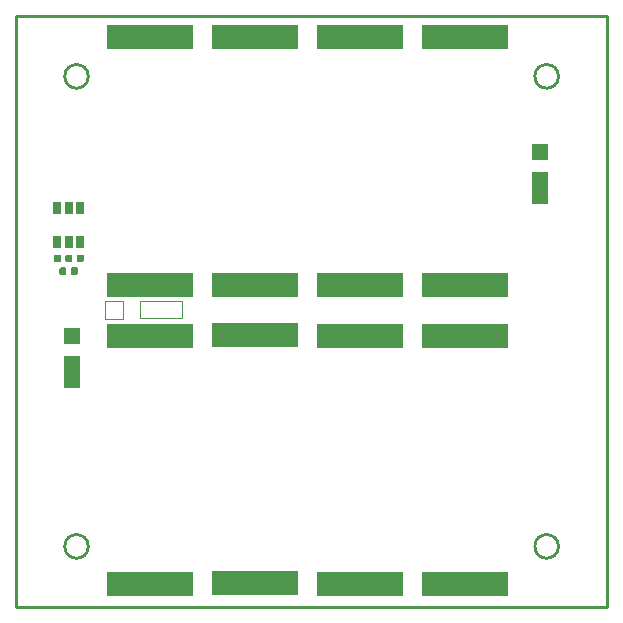
<source format=gbr>
%TF.GenerationSoftware,KiCad,Pcbnew,(5.0.1-3-g963ef8bb5)*%
%TF.CreationDate,2020-03-04T19:54:40-08:00*%
%TF.ProjectId,SolarCell+Y,536F6C617243656C6C2B592E6B696361,rev?*%
%TF.SameCoordinates,Original*%
%TF.FileFunction,Paste,Top*%
%TF.FilePolarity,Positive*%
%FSLAX46Y46*%
G04 Gerber Fmt 4.6, Leading zero omitted, Abs format (unit mm)*
G04 Created by KiCad (PCBNEW (5.0.1-3-g963ef8bb5)) date Wednesday, March 04, 2020 at 07:54:40 PM*
%MOMM*%
%LPD*%
G01*
G04 APERTURE LIST*
%ADD10C,0.050000*%
%ADD11C,0.250000*%
%ADD12R,7.400000X2.000000*%
%ADD13R,1.400000X1.400000*%
%ADD14R,1.400000X2.700000*%
%ADD15R,0.700000X1.000000*%
%ADD16C,0.100000*%
%ADD17C,0.590000*%
G04 APERTURE END LIST*
D10*
X160500000Y-65600000D02*
X160500000Y-64100000D01*
X164000000Y-65600000D02*
X160500000Y-65600000D01*
X164000000Y-64100000D02*
X164000000Y-65600000D01*
X160500000Y-64100000D02*
X164000000Y-64100000D01*
X159000000Y-64100000D02*
X157500000Y-64100000D01*
X159000000Y-65650000D02*
X159000000Y-64100000D01*
X157500000Y-65650000D02*
X159000000Y-65650000D01*
X157500000Y-64100000D02*
X157500000Y-65650000D01*
D11*
X200000000Y-40000000D02*
X150000000Y-40000000D01*
X150000000Y-90000000D02*
X200000000Y-90000000D01*
X150000000Y-40000000D02*
X150000000Y-90000000D01*
X195900000Y-45100000D02*
G75*
G03X195900000Y-45100000I-1000000J0D01*
G01*
X156100000Y-84900000D02*
G75*
G03X156100000Y-84900000I-1000000J0D01*
G01*
X156100000Y-45100000D02*
G75*
G03X156100000Y-45100000I-1000000J0D01*
G01*
X195900000Y-84900000D02*
G75*
G03X195900000Y-84900000I-1000000J0D01*
G01*
X200000000Y-90000000D02*
X200000000Y-40000000D01*
D12*
X170180000Y-62738000D03*
X170180000Y-41738000D03*
X161290000Y-67056000D03*
X161290000Y-88056000D03*
X170180000Y-67011000D03*
X170180000Y-88011000D03*
X179070000Y-41738000D03*
X179070000Y-62738000D03*
X187960000Y-41738000D03*
X187960000Y-62738000D03*
X179070000Y-88056000D03*
X179070000Y-67056000D03*
X187960000Y-88056000D03*
X187960000Y-67056000D03*
D13*
X154686000Y-67111000D03*
D14*
X154686000Y-70161000D03*
D12*
X161290000Y-62738000D03*
X161290000Y-41738000D03*
D15*
X153482000Y-56208000D03*
X154432000Y-56208000D03*
X155382000Y-56208000D03*
X155382000Y-59108000D03*
X154432000Y-59108000D03*
X153482000Y-59108000D03*
D16*
G36*
X155586958Y-60183510D02*
X155601276Y-60185634D01*
X155615317Y-60189151D01*
X155628946Y-60194028D01*
X155642031Y-60200217D01*
X155654447Y-60207658D01*
X155666073Y-60216281D01*
X155676798Y-60226002D01*
X155686519Y-60236727D01*
X155695142Y-60248353D01*
X155702583Y-60260769D01*
X155708772Y-60273854D01*
X155713649Y-60287483D01*
X155717166Y-60301524D01*
X155719290Y-60315842D01*
X155720000Y-60330300D01*
X155720000Y-60675300D01*
X155719290Y-60689758D01*
X155717166Y-60704076D01*
X155713649Y-60718117D01*
X155708772Y-60731746D01*
X155702583Y-60744831D01*
X155695142Y-60757247D01*
X155686519Y-60768873D01*
X155676798Y-60779598D01*
X155666073Y-60789319D01*
X155654447Y-60797942D01*
X155642031Y-60805383D01*
X155628946Y-60811572D01*
X155615317Y-60816449D01*
X155601276Y-60819966D01*
X155586958Y-60822090D01*
X155572500Y-60822800D01*
X155277500Y-60822800D01*
X155263042Y-60822090D01*
X155248724Y-60819966D01*
X155234683Y-60816449D01*
X155221054Y-60811572D01*
X155207969Y-60805383D01*
X155195553Y-60797942D01*
X155183927Y-60789319D01*
X155173202Y-60779598D01*
X155163481Y-60768873D01*
X155154858Y-60757247D01*
X155147417Y-60744831D01*
X155141228Y-60731746D01*
X155136351Y-60718117D01*
X155132834Y-60704076D01*
X155130710Y-60689758D01*
X155130000Y-60675300D01*
X155130000Y-60330300D01*
X155130710Y-60315842D01*
X155132834Y-60301524D01*
X155136351Y-60287483D01*
X155141228Y-60273854D01*
X155147417Y-60260769D01*
X155154858Y-60248353D01*
X155163481Y-60236727D01*
X155173202Y-60226002D01*
X155183927Y-60216281D01*
X155195553Y-60207658D01*
X155207969Y-60200217D01*
X155221054Y-60194028D01*
X155234683Y-60189151D01*
X155248724Y-60185634D01*
X155263042Y-60183510D01*
X155277500Y-60182800D01*
X155572500Y-60182800D01*
X155586958Y-60183510D01*
X155586958Y-60183510D01*
G37*
D17*
X155425000Y-60502800D03*
D16*
G36*
X154616958Y-60183510D02*
X154631276Y-60185634D01*
X154645317Y-60189151D01*
X154658946Y-60194028D01*
X154672031Y-60200217D01*
X154684447Y-60207658D01*
X154696073Y-60216281D01*
X154706798Y-60226002D01*
X154716519Y-60236727D01*
X154725142Y-60248353D01*
X154732583Y-60260769D01*
X154738772Y-60273854D01*
X154743649Y-60287483D01*
X154747166Y-60301524D01*
X154749290Y-60315842D01*
X154750000Y-60330300D01*
X154750000Y-60675300D01*
X154749290Y-60689758D01*
X154747166Y-60704076D01*
X154743649Y-60718117D01*
X154738772Y-60731746D01*
X154732583Y-60744831D01*
X154725142Y-60757247D01*
X154716519Y-60768873D01*
X154706798Y-60779598D01*
X154696073Y-60789319D01*
X154684447Y-60797942D01*
X154672031Y-60805383D01*
X154658946Y-60811572D01*
X154645317Y-60816449D01*
X154631276Y-60819966D01*
X154616958Y-60822090D01*
X154602500Y-60822800D01*
X154307500Y-60822800D01*
X154293042Y-60822090D01*
X154278724Y-60819966D01*
X154264683Y-60816449D01*
X154251054Y-60811572D01*
X154237969Y-60805383D01*
X154225553Y-60797942D01*
X154213927Y-60789319D01*
X154203202Y-60779598D01*
X154193481Y-60768873D01*
X154184858Y-60757247D01*
X154177417Y-60744831D01*
X154171228Y-60731746D01*
X154166351Y-60718117D01*
X154162834Y-60704076D01*
X154160710Y-60689758D01*
X154160000Y-60675300D01*
X154160000Y-60330300D01*
X154160710Y-60315842D01*
X154162834Y-60301524D01*
X154166351Y-60287483D01*
X154171228Y-60273854D01*
X154177417Y-60260769D01*
X154184858Y-60248353D01*
X154193481Y-60236727D01*
X154203202Y-60226002D01*
X154213927Y-60216281D01*
X154225553Y-60207658D01*
X154237969Y-60200217D01*
X154251054Y-60194028D01*
X154264683Y-60189151D01*
X154278724Y-60185634D01*
X154293042Y-60183510D01*
X154307500Y-60182800D01*
X154602500Y-60182800D01*
X154616958Y-60183510D01*
X154616958Y-60183510D01*
G37*
D17*
X154455000Y-60502800D03*
D16*
G36*
X154621758Y-60183510D02*
X154636076Y-60185634D01*
X154650117Y-60189151D01*
X154663746Y-60194028D01*
X154676831Y-60200217D01*
X154689247Y-60207658D01*
X154700873Y-60216281D01*
X154711598Y-60226002D01*
X154721319Y-60236727D01*
X154729942Y-60248353D01*
X154737383Y-60260769D01*
X154743572Y-60273854D01*
X154748449Y-60287483D01*
X154751966Y-60301524D01*
X154754090Y-60315842D01*
X154754800Y-60330300D01*
X154754800Y-60675300D01*
X154754090Y-60689758D01*
X154751966Y-60704076D01*
X154748449Y-60718117D01*
X154743572Y-60731746D01*
X154737383Y-60744831D01*
X154729942Y-60757247D01*
X154721319Y-60768873D01*
X154711598Y-60779598D01*
X154700873Y-60789319D01*
X154689247Y-60797942D01*
X154676831Y-60805383D01*
X154663746Y-60811572D01*
X154650117Y-60816449D01*
X154636076Y-60819966D01*
X154621758Y-60822090D01*
X154607300Y-60822800D01*
X154312300Y-60822800D01*
X154297842Y-60822090D01*
X154283524Y-60819966D01*
X154269483Y-60816449D01*
X154255854Y-60811572D01*
X154242769Y-60805383D01*
X154230353Y-60797942D01*
X154218727Y-60789319D01*
X154208002Y-60779598D01*
X154198281Y-60768873D01*
X154189658Y-60757247D01*
X154182217Y-60744831D01*
X154176028Y-60731746D01*
X154171151Y-60718117D01*
X154167634Y-60704076D01*
X154165510Y-60689758D01*
X154164800Y-60675300D01*
X154164800Y-60330300D01*
X154165510Y-60315842D01*
X154167634Y-60301524D01*
X154171151Y-60287483D01*
X154176028Y-60273854D01*
X154182217Y-60260769D01*
X154189658Y-60248353D01*
X154198281Y-60236727D01*
X154208002Y-60226002D01*
X154218727Y-60216281D01*
X154230353Y-60207658D01*
X154242769Y-60200217D01*
X154255854Y-60194028D01*
X154269483Y-60189151D01*
X154283524Y-60185634D01*
X154297842Y-60183510D01*
X154312300Y-60182800D01*
X154607300Y-60182800D01*
X154621758Y-60183510D01*
X154621758Y-60183510D01*
G37*
D17*
X154459800Y-60502800D03*
D16*
G36*
X153651758Y-60183510D02*
X153666076Y-60185634D01*
X153680117Y-60189151D01*
X153693746Y-60194028D01*
X153706831Y-60200217D01*
X153719247Y-60207658D01*
X153730873Y-60216281D01*
X153741598Y-60226002D01*
X153751319Y-60236727D01*
X153759942Y-60248353D01*
X153767383Y-60260769D01*
X153773572Y-60273854D01*
X153778449Y-60287483D01*
X153781966Y-60301524D01*
X153784090Y-60315842D01*
X153784800Y-60330300D01*
X153784800Y-60675300D01*
X153784090Y-60689758D01*
X153781966Y-60704076D01*
X153778449Y-60718117D01*
X153773572Y-60731746D01*
X153767383Y-60744831D01*
X153759942Y-60757247D01*
X153751319Y-60768873D01*
X153741598Y-60779598D01*
X153730873Y-60789319D01*
X153719247Y-60797942D01*
X153706831Y-60805383D01*
X153693746Y-60811572D01*
X153680117Y-60816449D01*
X153666076Y-60819966D01*
X153651758Y-60822090D01*
X153637300Y-60822800D01*
X153342300Y-60822800D01*
X153327842Y-60822090D01*
X153313524Y-60819966D01*
X153299483Y-60816449D01*
X153285854Y-60811572D01*
X153272769Y-60805383D01*
X153260353Y-60797942D01*
X153248727Y-60789319D01*
X153238002Y-60779598D01*
X153228281Y-60768873D01*
X153219658Y-60757247D01*
X153212217Y-60744831D01*
X153206028Y-60731746D01*
X153201151Y-60718117D01*
X153197634Y-60704076D01*
X153195510Y-60689758D01*
X153194800Y-60675300D01*
X153194800Y-60330300D01*
X153195510Y-60315842D01*
X153197634Y-60301524D01*
X153201151Y-60287483D01*
X153206028Y-60273854D01*
X153212217Y-60260769D01*
X153219658Y-60248353D01*
X153228281Y-60236727D01*
X153238002Y-60226002D01*
X153248727Y-60216281D01*
X153260353Y-60207658D01*
X153272769Y-60200217D01*
X153285854Y-60194028D01*
X153299483Y-60189151D01*
X153313524Y-60185634D01*
X153327842Y-60183510D01*
X153342300Y-60182800D01*
X153637300Y-60182800D01*
X153651758Y-60183510D01*
X153651758Y-60183510D01*
G37*
D17*
X153489800Y-60502800D03*
D16*
G36*
X155078958Y-61275710D02*
X155093276Y-61277834D01*
X155107317Y-61281351D01*
X155120946Y-61286228D01*
X155134031Y-61292417D01*
X155146447Y-61299858D01*
X155158073Y-61308481D01*
X155168798Y-61318202D01*
X155178519Y-61328927D01*
X155187142Y-61340553D01*
X155194583Y-61352969D01*
X155200772Y-61366054D01*
X155205649Y-61379683D01*
X155209166Y-61393724D01*
X155211290Y-61408042D01*
X155212000Y-61422500D01*
X155212000Y-61767500D01*
X155211290Y-61781958D01*
X155209166Y-61796276D01*
X155205649Y-61810317D01*
X155200772Y-61823946D01*
X155194583Y-61837031D01*
X155187142Y-61849447D01*
X155178519Y-61861073D01*
X155168798Y-61871798D01*
X155158073Y-61881519D01*
X155146447Y-61890142D01*
X155134031Y-61897583D01*
X155120946Y-61903772D01*
X155107317Y-61908649D01*
X155093276Y-61912166D01*
X155078958Y-61914290D01*
X155064500Y-61915000D01*
X154769500Y-61915000D01*
X154755042Y-61914290D01*
X154740724Y-61912166D01*
X154726683Y-61908649D01*
X154713054Y-61903772D01*
X154699969Y-61897583D01*
X154687553Y-61890142D01*
X154675927Y-61881519D01*
X154665202Y-61871798D01*
X154655481Y-61861073D01*
X154646858Y-61849447D01*
X154639417Y-61837031D01*
X154633228Y-61823946D01*
X154628351Y-61810317D01*
X154624834Y-61796276D01*
X154622710Y-61781958D01*
X154622000Y-61767500D01*
X154622000Y-61422500D01*
X154622710Y-61408042D01*
X154624834Y-61393724D01*
X154628351Y-61379683D01*
X154633228Y-61366054D01*
X154639417Y-61352969D01*
X154646858Y-61340553D01*
X154655481Y-61328927D01*
X154665202Y-61318202D01*
X154675927Y-61308481D01*
X154687553Y-61299858D01*
X154699969Y-61292417D01*
X154713054Y-61286228D01*
X154726683Y-61281351D01*
X154740724Y-61277834D01*
X154755042Y-61275710D01*
X154769500Y-61275000D01*
X155064500Y-61275000D01*
X155078958Y-61275710D01*
X155078958Y-61275710D01*
G37*
D17*
X154917000Y-61595000D03*
D16*
G36*
X154108958Y-61275710D02*
X154123276Y-61277834D01*
X154137317Y-61281351D01*
X154150946Y-61286228D01*
X154164031Y-61292417D01*
X154176447Y-61299858D01*
X154188073Y-61308481D01*
X154198798Y-61318202D01*
X154208519Y-61328927D01*
X154217142Y-61340553D01*
X154224583Y-61352969D01*
X154230772Y-61366054D01*
X154235649Y-61379683D01*
X154239166Y-61393724D01*
X154241290Y-61408042D01*
X154242000Y-61422500D01*
X154242000Y-61767500D01*
X154241290Y-61781958D01*
X154239166Y-61796276D01*
X154235649Y-61810317D01*
X154230772Y-61823946D01*
X154224583Y-61837031D01*
X154217142Y-61849447D01*
X154208519Y-61861073D01*
X154198798Y-61871798D01*
X154188073Y-61881519D01*
X154176447Y-61890142D01*
X154164031Y-61897583D01*
X154150946Y-61903772D01*
X154137317Y-61908649D01*
X154123276Y-61912166D01*
X154108958Y-61914290D01*
X154094500Y-61915000D01*
X153799500Y-61915000D01*
X153785042Y-61914290D01*
X153770724Y-61912166D01*
X153756683Y-61908649D01*
X153743054Y-61903772D01*
X153729969Y-61897583D01*
X153717553Y-61890142D01*
X153705927Y-61881519D01*
X153695202Y-61871798D01*
X153685481Y-61861073D01*
X153676858Y-61849447D01*
X153669417Y-61837031D01*
X153663228Y-61823946D01*
X153658351Y-61810317D01*
X153654834Y-61796276D01*
X153652710Y-61781958D01*
X153652000Y-61767500D01*
X153652000Y-61422500D01*
X153652710Y-61408042D01*
X153654834Y-61393724D01*
X153658351Y-61379683D01*
X153663228Y-61366054D01*
X153669417Y-61352969D01*
X153676858Y-61340553D01*
X153685481Y-61328927D01*
X153695202Y-61318202D01*
X153705927Y-61308481D01*
X153717553Y-61299858D01*
X153729969Y-61292417D01*
X153743054Y-61286228D01*
X153756683Y-61281351D01*
X153770724Y-61277834D01*
X153785042Y-61275710D01*
X153799500Y-61275000D01*
X154094500Y-61275000D01*
X154108958Y-61275710D01*
X154108958Y-61275710D01*
G37*
D17*
X153947000Y-61595000D03*
D13*
X194310000Y-51490000D03*
D14*
X194310000Y-54540000D03*
M02*

</source>
